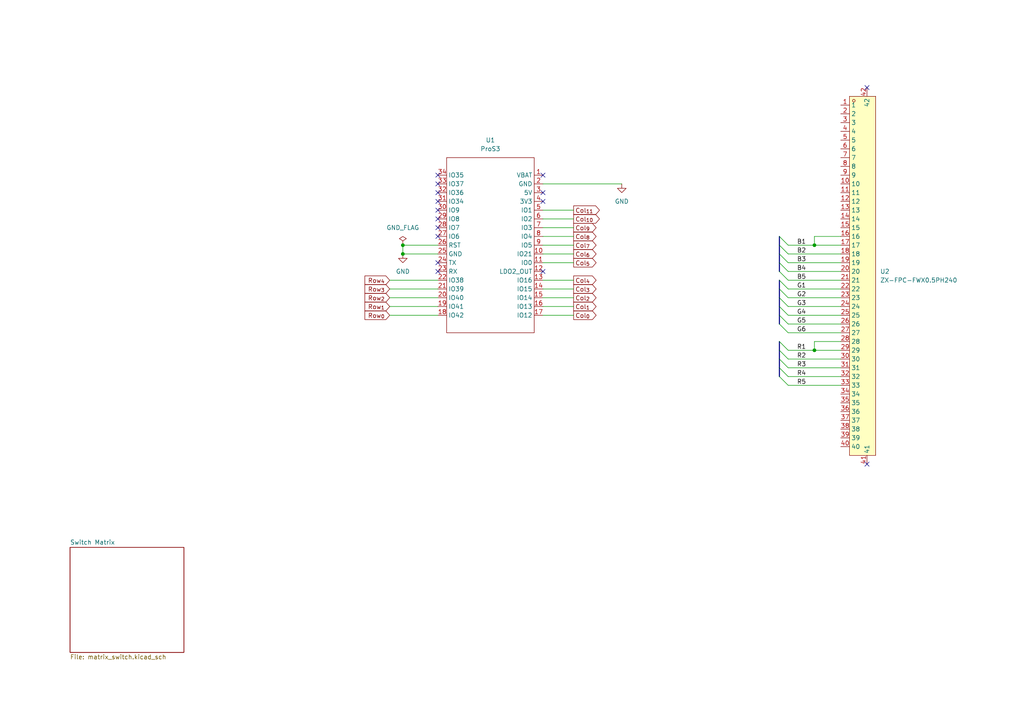
<source format=kicad_sch>
(kicad_sch (version 20250114) (generator "eeschema") (generator_version "9.0")
  (paper "A4")
  (title_block (title "Advanced Clicky Input Device") (company "Jakub Hlusička"))
  (lib_symbols
    (symbol "UnexpectedMaker:ProS3"
      (property "Reference" "U" (at 0 -28.956 0))
      (property "Value" "ProS3" (at -0.508 27.178 0))
      (symbol "ProS3_0_1"
        (rectangle (start -12.7 25.4) (end 12.7 -25.4) (stroke (width 0.1524)))
      )
      (symbol "ProS3_1_1"
        (pin bidirectional line (at -15.24 20.32 0) (length 2.54) (name "IO35") (number "34"))
        (pin bidirectional line (at -15.24 17.78 0) (length 2.54) (name "IO37") (number "33"))
        (pin bidirectional line (at -15.24 15.24 0) (length 2.54) (name "IO36") (number "32"))
        (pin bidirectional line (at -15.24 12.7 0) (length 2.54) (name "IO34") (number "31"))
        (pin bidirectional line (at -15.24 10.16 0) (length 2.54) (name "IO9") (number "30"))
        (pin bidirectional line (at -15.24 7.62 0) (length 2.54) (name "IO8") (number "29"))
        (pin bidirectional line (at -15.24 5.08 0) (length 2.54) (name "IO7") (number "28"))
        (pin bidirectional line (at -15.24 2.54 0) (length 2.54) (name "IO6") (number "27"))
        (pin input line (at -15.24 0 0) (length 2.54) (name "RST") (number "26"))
        (pin power_in line (at -15.24 -2.54 0) (length 2.54) (name "GND") (number "25"))
        (pin bidirectional line (at -15.24 -5.08 0) (length 2.54) (name "TX") (number "24"))
        (pin bidirectional line (at -15.24 -7.62 0) (length 2.54) (name "RX") (number "23"))
        (pin bidirectional line (at -15.24 -10.16 0) (length 2.54) (name "IO38") (number "22"))
        (pin bidirectional line (at -15.24 -12.7 0) (length 2.54) (name "IO39") (number "21"))
        (pin bidirectional line (at -15.24 -15.24 0) (length 2.54) (name "IO40") (number "20"))
        (pin bidirectional line (at -15.24 -17.78 0) (length 2.54) (name "IO41") (number "19"))
        (pin bidirectional line (at -15.24 -20.32 0) (length 2.54) (name "IO42") (number "18"))
        (pin power_in line (at 15.24 20.32 180) (length 2.54) (name "VBAT") (number "1"))
        (pin power_in line (at 15.24 17.78 180) (length 2.54) (name "GND") (number "2"))
        (pin power_in line (at 15.24 15.24 180) (length 2.54) (name "5V") (number "3"))
        (pin power_in line (at 15.24 12.7 180) (length 2.54) (name "3V3") (number "4"))
        (pin bidirectional line (at 15.24 10.16 180) (length 2.54) (name "IO1") (number "5"))
        (pin bidirectional line (at 15.24 7.62 180) (length 2.54) (name "IO2") (number "6"))
        (pin bidirectional line (at 15.24 5.08 180) (length 2.54) (name "IO3") (number "7"))
        (pin bidirectional line (at 15.24 2.54 180) (length 2.54) (name "IO4") (number "8"))
        (pin bidirectional line (at 15.24 0 180) (length 2.54) (name "IO5") (number "9"))
        (pin bidirectional line (at 15.24 -2.54 180) (length 2.54) (name "IO21") (number "10"))
        (pin bidirectional line (at 15.24 -5.08 180) (length 2.54) (name "IO0") (number "11"))
        (pin power_out line (at 15.24 -7.62 180) (length 2.54) (name "LDO2_OUT") (number "12"))
        (pin bidirectional line (at 15.24 -10.16 180) (length 2.54) (name "IO16") (number "13"))
        (pin bidirectional line (at 15.24 -12.7 180) (length 2.54) (name "IO15") (number "14"))
        (pin bidirectional line (at 15.24 -15.24 180) (length 2.54) (name "IO14") (number "15"))
        (pin bidirectional line (at 15.24 -17.78 180) (length 2.54) (name "IO13") (number "16"))
        (pin bidirectional line (at 15.24 -20.32 180) (length 2.54) (name "IO12") (number "17"))
      )
    )
    (symbol "easyeda2kicad:ZX-FPC-FWX0.5PH240"
      (property "Reference" "U" (at 0 60.96 0))
      (property "Value" "ZX-FPC-FWX0.5PH240" (at 0 -58.42 0))
      (symbol "ZX-FPC-FWX0.5PH240_0_1"
        (rectangle (start -2.54 53.34) (end 5.08 -50.8) (fill (type background)))
        (circle (center -1.27 52.07) (radius 0.38))
        (pin unspecified line (at -5.08 50.8 0) (length 2.54) (name "1") (number "1"))
        (pin unspecified line (at -5.08 48.26 0) (length 2.54) (name "2") (number "2"))
        (pin unspecified line (at -5.08 45.72 0) (length 2.54) (name "3") (number "3"))
        (pin unspecified line (at -5.08 43.18 0) (length 2.54) (name "4") (number "4"))
        (pin unspecified line (at -5.08 40.64 0) (length 2.54) (name "5") (number "5"))
        (pin unspecified line (at -5.08 38.1 0) (length 2.54) (name "6") (number "6"))
        (pin unspecified line (at -5.08 35.56 0) (length 2.54) (name "7") (number "7"))
        (pin unspecified line (at -5.08 33.02 0) (length 2.54) (name "8") (number "8"))
        (pin unspecified line (at -5.08 30.48 0) (length 2.54) (name "9") (number "9"))
        (pin unspecified line (at -5.08 27.94 0) (length 2.54) (name "10") (number "10"))
        (pin unspecified line (at -5.08 25.4 0) (length 2.54) (name "11") (number "11"))
        (pin unspecified line (at -5.08 22.86 0) (length 2.54) (name "12") (number "12"))
        (pin unspecified line (at -5.08 20.32 0) (length 2.54) (name "13") (number "13"))
        (pin unspecified line (at -5.08 17.78 0) (length 2.54) (name "14") (number "14"))
        (pin unspecified line (at -5.08 15.24 0) (length 2.54) (name "15") (number "15"))
        (pin unspecified line (at -5.08 12.7 0) (length 2.54) (name "16") (number "16"))
        (pin unspecified line (at -5.08 10.16 0) (length 2.54) (name "17") (number "17"))
        (pin unspecified line (at -5.08 7.62 0) (length 2.54) (name "18") (number "18"))
        (pin unspecified line (at -5.08 5.08 0) (length 2.54) (name "19") (number "19"))
        (pin unspecified line (at -5.08 2.54 0) (length 2.54) (name "20") (number "20"))
        (pin unspecified line (at -5.08 0 0) (length 2.54) (name "21") (number "21"))
        (pin unspecified line (at -5.08 -2.54 0) (length 2.54) (name "22") (number "22"))
        (pin unspecified line (at -5.08 -5.08 0) (length 2.54) (name "23") (number "23"))
        (pin unspecified line (at -5.08 -7.62 0) (length 2.54) (name "24") (number "24"))
        (pin unspecified line (at -5.08 -10.16 0) (length 2.54) (name "25") (number "25"))
        (pin unspecified line (at -5.08 -12.7 0) (length 2.54) (name "26") (number "26"))
        (pin unspecified line (at -5.08 -15.24 0) (length 2.54) (name "27") (number "27"))
        (pin unspecified line (at -5.08 -17.78 0) (length 2.54) (name "28") (number "28"))
        (pin unspecified line (at -5.08 -20.32 0) (length 2.54) (name "29") (number "29"))
        (pin unspecified line (at -5.08 -22.86 0) (length 2.54) (name "30") (number "30"))
        (pin unspecified line (at -5.08 -25.4 0) (length 2.54) (name "31") (number "31"))
        (pin unspecified line (at -5.08 -27.94 0) (length 2.54) (name "32") (number "32"))
        (pin unspecified line (at -5.08 -30.48 0) (length 2.54) (name "33") (number "33"))
        (pin unspecified line (at -5.08 -33.02 0) (length 2.54) (name "34") (number "34"))
        (pin unspecified line (at -5.08 -35.56 0) (length 2.54) (name "35") (number "35"))
        (pin unspecified line (at -5.08 -38.1 0) (length 2.54) (name "36") (number "36"))
        (pin unspecified line (at -5.08 -40.64 0) (length 2.54) (name "37") (number "37"))
        (pin unspecified line (at -5.08 -43.18 0) (length 2.54) (name "38") (number "38"))
        (pin unspecified line (at -5.08 -45.72 0) (length 2.54) (name "39") (number "39"))
        (pin unspecified line (at -5.08 -48.26 0) (length 2.54) (name "40") (number "40"))
        (pin unspecified line (at 2.54 55.88 270) (length 2.54) (name "42") (number "42"))
        (pin unspecified line (at 2.54 -53.34 90) (length 2.54) (name "41") (number "41"))
      )
    )
    (symbol "power:GND" (power) (pin_numbers (hide yes)) (pin_names (offset 0) (hide yes))
      (property "Value" "GND" (at 0 -3.81 0))
      (symbol "GND_0_1"
        (polyline (pts (xy 0 0) (xy 0 -1.27) (xy 1.27 -1.27) (xy 0 -2.54) (xy -1.27 -1.27) (xy 0 -1.27)))
      )
      (symbol "GND_1_1"
        (pin power_in line (at 0 0 270) (length 0) (name "~") (number "1"))
      )
    )
    (symbol "power:PWR_FLAG" (power) (pin_numbers (hide yes)) (pin_names (offset 0) (hide yes))
      (property "Value" "PWR_FLAG" (at 0 3.81 0))
      (symbol "PWR_FLAG_0_0"
        (pin power_out line (at 0 0 90) (length 0) (name "~") (number "1"))
      )
      (symbol "PWR_FLAG_0_1"
        (polyline (pts (xy 0 0) (xy 0 1.27) (xy -1.016 1.905) (xy 0 2.54) (xy 1.016 1.905) (xy 0 1.27)))
      )
    )
  )
  (junction (at 236.22 71.12))
  (junction (at 236.22 101.6))
  (junction (at 116.84 71.12))
  (junction (at 116.84 73.66))
  (no_connect (at 127 68.58))
  (no_connect (at 157.48 78.74))
  (no_connect (at 127 66.04))
  (no_connect (at 157.48 55.88))
  (no_connect (at 127 63.5))
  (no_connect (at 157.48 58.42))
  (no_connect (at 127 55.88))
  (no_connect (at 127 76.2))
  (no_connect (at 157.48 50.8))
  (no_connect (at 127 53.34))
  (no_connect (at 251.46 25.4))
  (no_connect (at 127 50.8))
  (no_connect (at 127 78.74))
  (no_connect (at 127 60.96))
  (no_connect (at 251.46 134.62))
  (no_connect (at 127 58.42))
  (bus_entry (at 226.06 101.6) (size 2.54 2.54))
  (bus_entry (at 226.06 109.22) (size 2.54 2.54))
  (bus_entry (at 226.06 71.12) (size 2.54 2.54))
  (bus_entry (at 226.06 68.58) (size 2.54 2.54))
  (bus_entry (at 226.06 104.14) (size 2.54 2.54))
  (bus_entry (at 226.06 81.28) (size 2.54 2.54))
  (bus_entry (at 226.06 78.74) (size 2.54 2.54))
  (bus_entry (at 226.06 106.68) (size 2.54 2.54))
  (bus_entry (at 226.06 99.06) (size 2.54 2.54))
  (bus_entry (at 226.06 76.2) (size 2.54 2.54))
  (bus_entry (at 226.06 73.66) (size 2.54 2.54))
  (bus_entry (at 226.06 83.82) (size 2.54 2.54))
  (bus_entry (at 226.06 93.98) (size 2.54 2.54))
  (bus_entry (at 226.06 88.9) (size 2.54 2.54))
  (bus_entry (at 226.06 91.44) (size 2.54 2.54))
  (bus_entry (at 226.06 86.36) (size 2.54 2.54))
  (wire (pts (xy 157.48 86.36) (xy 166.37 86.36)))
  (wire (pts (xy 157.48 81.28) (xy 166.37 81.28)))
  (wire (pts (xy 127 71.12) (xy 116.84 71.12)))
  (bus (pts (xy 226.06 71.12) (xy 226.06 73.66)))
  (bus (pts (xy 226.06 68.58) (xy 226.06 71.12)))
  (wire (pts (xy 228.6 73.66) (xy 243.84 73.66)))
  (wire (pts (xy 228.6 91.44) (xy 243.84 91.44)))
  (wire (pts (xy 228.6 71.12) (xy 236.22 71.12)))
  (wire (pts (xy 157.48 88.9) (xy 166.37 88.9)))
  (wire (pts (xy 228.6 88.9) (xy 243.84 88.9)))
  (wire (pts (xy 236.22 71.12) (xy 243.84 71.12)))
  (bus (pts (xy 226.06 76.2) (xy 226.06 78.74)))
  (wire (pts (xy 228.6 81.28) (xy 243.84 81.28)))
  (wire (pts (xy 228.6 83.82) (xy 243.84 83.82)))
  (wire (pts (xy 113.03 83.82) (xy 127 83.82)))
  (wire (pts (xy 236.22 101.6) (xy 243.84 101.6)))
  (wire (pts (xy 157.48 76.2) (xy 166.37 76.2)))
  (wire (pts (xy 116.84 73.66) (xy 127 73.66)))
  (wire (pts (xy 157.48 68.58) (xy 166.37 68.58)))
  (wire (pts (xy 157.48 91.44) (xy 166.37 91.44)))
  (wire (pts (xy 157.48 60.96) (xy 166.37 60.96)))
  (wire (pts (xy 236.22 68.58) (xy 236.22 71.12)))
  (bus (pts (xy 226.06 86.36) (xy 226.06 88.9)))
  (wire (pts (xy 113.03 81.28) (xy 127 81.28)))
  (wire (pts (xy 228.6 76.2) (xy 243.84 76.2)))
  (wire (pts (xy 157.48 71.12) (xy 166.37 71.12)))
  (wire (pts (xy 116.84 71.12) (xy 116.84 73.66)))
  (bus (pts (xy 226.06 83.82) (xy 226.06 86.36)))
  (wire (pts (xy 228.6 78.74) (xy 243.84 78.74)))
  (bus (pts (xy 226.06 88.9) (xy 226.06 91.44)))
  (bus (pts (xy 226.06 104.14) (xy 226.06 106.68)))
  (wire (pts (xy 113.03 88.9) (xy 127 88.9)))
  (wire (pts (xy 228.6 96.52) (xy 243.84 96.52)))
  (wire (pts (xy 113.03 91.44) (xy 127 91.44)))
  (wire (pts (xy 228.6 93.98) (xy 243.84 93.98)))
  (bus (pts (xy 226.06 99.06) (xy 226.06 101.6)))
  (wire (pts (xy 157.48 83.82) (xy 166.37 83.82)))
  (bus (pts (xy 226.06 101.6) (xy 226.06 104.14)))
  (bus (pts (xy 226.06 81.28) (xy 226.06 83.82)))
  (bus (pts (xy 226.06 91.44) (xy 226.06 93.98)))
  (wire (pts (xy 228.6 86.36) (xy 243.84 86.36)))
  (wire (pts (xy 113.03 86.36) (xy 127 86.36)))
  (wire (pts (xy 236.22 68.58) (xy 243.84 68.58)))
  (wire (pts (xy 236.22 99.06) (xy 236.22 101.6)))
  (wire (pts (xy 228.6 111.76) (xy 243.84 111.76)))
  (bus (pts (xy 226.06 73.66) (xy 226.06 76.2)))
  (wire (pts (xy 157.48 53.34) (xy 180.34 53.34)))
  (wire (pts (xy 228.6 109.22) (xy 243.84 109.22)))
  (wire (pts (xy 228.6 101.6) (xy 236.22 101.6)))
  (bus (pts (xy 226.06 106.68) (xy 226.06 109.22)))
  (wire (pts (xy 236.22 99.06) (xy 243.84 99.06)))
  (wire (pts (xy 228.6 104.14) (xy 243.84 104.14)))
  (wire (pts (xy 157.48 63.5) (xy 166.37 63.5)))
  (wire (pts (xy 228.6 106.68) (xy 243.84 106.68)))
  (wire (pts (xy 157.48 66.04) (xy 166.37 66.04)))
  (wire (pts (xy 157.48 73.66) (xy 166.37 73.66)))
  (label "B2" (at 231.14 73.66 0))
  (label "G2" (at 231.14 86.36 0))
  (label "G4" (at 231.14 91.44 0))
  (label "G5" (at 231.14 93.98 0))
  (label "G6" (at 231.14 96.52 0))
  (label "G1" (at 231.14 83.82 0))
  (label "G3" (at 231.14 88.9 0))
  (label "B1" (at 231.14 71.12 0))
  (label "B3" (at 231.14 76.2 0))
  (label "B4" (at 231.14 78.74 0))
  (label "B5" (at 231.14 81.28 0))
  (label "R2" (at 231.14 104.14 0))
  (label "R3" (at 231.14 106.68 0))
  (label "R4" (at 231.14 109.22 0))
  (label "R5" (at 231.14 111.76 0))
  (label "R1" (at 231.14 101.6 0))
  (global_label "Col_{3}" (shape output) (at 166.37 83.82 0) (property "Intersheetrefs" "${INTERSHEET_REFS}" (effects (hide yes))))
  (global_label "Row_{3}" (shape input) (at 113.03 83.82 180) (property "Intersheetrefs" "${INTERSHEET_REFS}" (effects (hide yes))))
  (global_label "Col_{2}" (shape output) (at 166.37 86.36 0) (property "Intersheetrefs" "${INTERSHEET_REFS}" (effects (hide yes))))
  (global_label "Row_{0}" (shape input) (at 113.03 91.44 180) (property "Intersheetrefs" "${INTERSHEET_REFS}" (effects (hide yes))))
  (global_label "Col_{10}" (shape output) (at 166.37 63.5 0) (property "Intersheetrefs" "${INTERSHEET_REFS}" (effects (hide yes))))
  (global_label "Row_{1}" (shape input) (at 113.03 88.9 180) (property "Intersheetrefs" "${INTERSHEET_REFS}" (effects (hide yes))))
  (global_label "Col_{5}" (shape output) (at 166.37 76.2 0) (property "Intersheetrefs" "${INTERSHEET_REFS}" (effects (hide yes))))
  (global_label "Row_{4}" (shape input) (at 113.03 81.28 180) (property "Intersheetrefs" "${INTERSHEET_REFS}" (effects (hide yes))))
  (global_label "Col_{11}" (shape output) (at 166.37 60.96 0) (property "Intersheetrefs" "${INTERSHEET_REFS}" (effects (hide yes))))
  (global_label "Col_{9}" (shape output) (at 166.37 66.04 0) (property "Intersheetrefs" "${INTERSHEET_REFS}" (effects (hide yes))))
  (global_label "Col_{7}" (shape output) (at 166.37 71.12 0) (property "Intersheetrefs" "${INTERSHEET_REFS}" (effects (hide yes))))
  (global_label "Col_{6}" (shape output) (at 166.37 73.66 0) (property "Intersheetrefs" "${INTERSHEET_REFS}" (effects (hide yes))))
  (global_label "Row_{2}" (shape input) (at 113.03 86.36 180) (property "Intersheetrefs" "${INTERSHEET_REFS}" (effects (hide yes))))
  (global_label "Col_{4}" (shape output) (at 166.37 81.28 0) (property "Intersheetrefs" "${INTERSHEET_REFS}" (effects (hide yes))))
  (global_label "Col_{8}" (shape output) (at 166.37 68.58 0) (property "Intersheetrefs" "${INTERSHEET_REFS}" (effects (hide yes))))
  (global_label "Col_{0}" (shape output) (at 166.37 91.44 0) (property "Intersheetrefs" "${INTERSHEET_REFS}" (effects (hide yes))))
  (global_label "Col_{1}" (shape output) (at 166.37 88.9 0) (property "Intersheetrefs" "${INTERSHEET_REFS}" (effects (hide yes))))
  (symbol (lib_id "power:PWR_FLAG") (at 116.84 71.12 0) (unit 1)
    (property "Reference" "#FLG01" (effects (hide yes)))
    (property "Value" "GND_FLAG" (at 116.84 66.04 0))
    (property "Description" "Special symbol for telling ERC where power comes from" (effects (hide yes)))
  )
  (symbol (lib_id "power:GND") (at 116.84 73.66 0) (unit 1)
    (property "Reference" "#PWR02" (effects (hide yes)))
    (property "Value" "GND" (at 116.84 78.74 0))
    (property "Description" "Power symbol creates a global label with name \"GND\" , ground" (effects (hide yes)))
  )
  (symbol (lib_id "UnexpectedMaker:ProS3") (at 142.24 71.12 0) (unit 1)
    (property "Reference" "U1" (at 142.24 40.64 0))
    (property "Value" "ProS3" (at 142.24 43.18 0))
    (property "Footprint" "UnexpectedMaker:ProS3_TH" (effects (hide yes)))
  )
  (symbol (lib_id "easyeda2kicad:ZX-FPC-FWX0.5PH240") (at 248.92 81.28 0) (unit 1)
    (property "Reference" "U2" (at 255.27 78.7399 0) (effects (justify left)))
    (property "Value" "ZX-FPC-FWX0.5PH240" (at 255.27 81.2799 0) (effects (justify left)))
    (property "Footprint" "easyeda2kicad:FPC-SMD_40P-P0.50_MEGASTAR_ZX-FPC-FWX0.5PH240" (effects (hide yes)))
    (property "LCSC Part" "C7419871" (effects (hide yes)))
  )
  (symbol (lib_id "power:GND") (at 180.34 53.34 0) (unit 1)
    (property "Reference" "#PWR01" (effects (hide yes)))
    (property "Value" "GND" (at 180.34 58.42 0))
    (property "Description" "Power symbol creates a global label with name \"GND\" , ground" (effects (hide yes)))
  )
  (sheet (at 20.32 158.75) (size 33.02 30.48) (stroke (width 0.1524))
    (property "Sheetname" "Switch Matrix" (at 20.32 158.0384 0) (effects (justify left bottom)))
    (property "Sheetfile" "matrix_switch.kicad_sch" (at 20.32 189.8146 0) (effects (justify left top)))
  )
)
</source>
